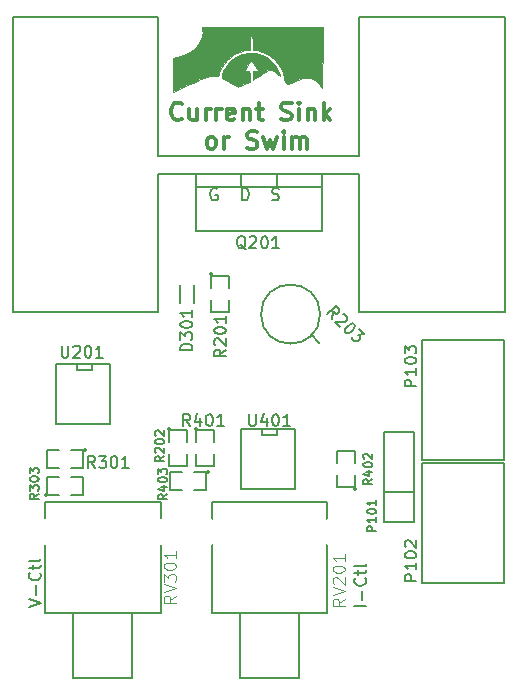
<source format=gbr>
G04 #@! TF.FileFunction,Legend,Top*
%FSLAX46Y46*%
G04 Gerber Fmt 4.6, Leading zero omitted, Abs format (unit mm)*
G04 Created by KiCad (PCBNEW 0.201503020946+5465~21~ubuntu14.04.1-product) date Tue 03 Mar 2015 21:19:53 CET*
%MOMM*%
G01*
G04 APERTURE LIST*
%ADD10C,0.100000*%
%ADD11C,0.127000*%
%ADD12C,0.300000*%
%ADD13C,0.150000*%
%ADD14C,0.101600*%
%ADD15R,0.700000X0.600000*%
%ADD16O,1.501140X2.499360*%
%ADD17R,1.397000X0.889000*%
%ADD18R,0.889000X1.397000*%
%ADD19R,1.143000X0.508000*%
%ADD20C,2.311400*%
%ADD21R,2.032000X2.032000*%
%ADD22O,2.032000X2.032000*%
%ADD23R,2.032000X1.727200*%
%ADD24O,2.032000X1.727200*%
%ADD25C,2.000000*%
%ADD26O,2.000000X2.200000*%
%ADD27C,1.998980*%
G04 APERTURE END LIST*
D10*
D11*
X125935619Y-91926833D02*
X124919619Y-91926833D01*
X125548571Y-91443023D02*
X125548571Y-90668928D01*
X125838857Y-89604547D02*
X125887238Y-89652928D01*
X125935619Y-89798071D01*
X125935619Y-89894833D01*
X125887238Y-90039975D01*
X125790476Y-90136737D01*
X125693714Y-90185118D01*
X125500190Y-90233499D01*
X125355048Y-90233499D01*
X125161524Y-90185118D01*
X125064762Y-90136737D01*
X124968000Y-90039975D01*
X124919619Y-89894833D01*
X124919619Y-89798071D01*
X124968000Y-89652928D01*
X125016381Y-89604547D01*
X125258286Y-89314261D02*
X125258286Y-88927213D01*
X124919619Y-89169118D02*
X125790476Y-89169118D01*
X125887238Y-89120737D01*
X125935619Y-89023975D01*
X125935619Y-88927213D01*
X125935619Y-88443404D02*
X125887238Y-88540166D01*
X125790476Y-88588547D01*
X124919619Y-88588547D01*
X97360619Y-92011499D02*
X98376619Y-91672832D01*
X97360619Y-91334166D01*
X97989571Y-90995499D02*
X97989571Y-90221404D01*
X98279857Y-89157023D02*
X98328238Y-89205404D01*
X98376619Y-89350547D01*
X98376619Y-89447309D01*
X98328238Y-89592451D01*
X98231476Y-89689213D01*
X98134714Y-89737594D01*
X97941190Y-89785975D01*
X97796048Y-89785975D01*
X97602524Y-89737594D01*
X97505762Y-89689213D01*
X97409000Y-89592451D01*
X97360619Y-89447309D01*
X97360619Y-89350547D01*
X97409000Y-89205404D01*
X97457381Y-89157023D01*
X97699286Y-88866737D02*
X97699286Y-88479689D01*
X97360619Y-88721594D02*
X98231476Y-88721594D01*
X98328238Y-88673213D01*
X98376619Y-88576451D01*
X98376619Y-88479689D01*
X98376619Y-87995880D02*
X98328238Y-88092642D01*
X98231476Y-88141023D01*
X97360619Y-88141023D01*
D12*
X110320072Y-50707214D02*
X110248643Y-50778643D01*
X110034357Y-50850071D01*
X109891500Y-50850071D01*
X109677215Y-50778643D01*
X109534357Y-50635786D01*
X109462929Y-50492929D01*
X109391500Y-50207214D01*
X109391500Y-49992929D01*
X109462929Y-49707214D01*
X109534357Y-49564357D01*
X109677215Y-49421500D01*
X109891500Y-49350071D01*
X110034357Y-49350071D01*
X110248643Y-49421500D01*
X110320072Y-49492929D01*
X111605786Y-49850071D02*
X111605786Y-50850071D01*
X110962929Y-49850071D02*
X110962929Y-50635786D01*
X111034357Y-50778643D01*
X111177215Y-50850071D01*
X111391500Y-50850071D01*
X111534357Y-50778643D01*
X111605786Y-50707214D01*
X112320072Y-50850071D02*
X112320072Y-49850071D01*
X112320072Y-50135786D02*
X112391500Y-49992929D01*
X112462929Y-49921500D01*
X112605786Y-49850071D01*
X112748643Y-49850071D01*
X113248643Y-50850071D02*
X113248643Y-49850071D01*
X113248643Y-50135786D02*
X113320071Y-49992929D01*
X113391500Y-49921500D01*
X113534357Y-49850071D01*
X113677214Y-49850071D01*
X114748642Y-50778643D02*
X114605785Y-50850071D01*
X114320071Y-50850071D01*
X114177214Y-50778643D01*
X114105785Y-50635786D01*
X114105785Y-50064357D01*
X114177214Y-49921500D01*
X114320071Y-49850071D01*
X114605785Y-49850071D01*
X114748642Y-49921500D01*
X114820071Y-50064357D01*
X114820071Y-50207214D01*
X114105785Y-50350071D01*
X115462928Y-49850071D02*
X115462928Y-50850071D01*
X115462928Y-49992929D02*
X115534356Y-49921500D01*
X115677214Y-49850071D01*
X115891499Y-49850071D01*
X116034356Y-49921500D01*
X116105785Y-50064357D01*
X116105785Y-50850071D01*
X116605785Y-49850071D02*
X117177214Y-49850071D01*
X116820071Y-49350071D02*
X116820071Y-50635786D01*
X116891499Y-50778643D01*
X117034357Y-50850071D01*
X117177214Y-50850071D01*
X118748642Y-50778643D02*
X118962928Y-50850071D01*
X119320071Y-50850071D01*
X119462928Y-50778643D01*
X119534357Y-50707214D01*
X119605785Y-50564357D01*
X119605785Y-50421500D01*
X119534357Y-50278643D01*
X119462928Y-50207214D01*
X119320071Y-50135786D01*
X119034357Y-50064357D01*
X118891499Y-49992929D01*
X118820071Y-49921500D01*
X118748642Y-49778643D01*
X118748642Y-49635786D01*
X118820071Y-49492929D01*
X118891499Y-49421500D01*
X119034357Y-49350071D01*
X119391499Y-49350071D01*
X119605785Y-49421500D01*
X120248642Y-50850071D02*
X120248642Y-49850071D01*
X120248642Y-49350071D02*
X120177213Y-49421500D01*
X120248642Y-49492929D01*
X120320070Y-49421500D01*
X120248642Y-49350071D01*
X120248642Y-49492929D01*
X120962928Y-49850071D02*
X120962928Y-50850071D01*
X120962928Y-49992929D02*
X121034356Y-49921500D01*
X121177214Y-49850071D01*
X121391499Y-49850071D01*
X121534356Y-49921500D01*
X121605785Y-50064357D01*
X121605785Y-50850071D01*
X122320071Y-50850071D02*
X122320071Y-49350071D01*
X122462928Y-50278643D02*
X122891499Y-50850071D01*
X122891499Y-49850071D02*
X122320071Y-50421500D01*
X112712929Y-53250071D02*
X112570071Y-53178643D01*
X112498643Y-53107214D01*
X112427214Y-52964357D01*
X112427214Y-52535786D01*
X112498643Y-52392929D01*
X112570071Y-52321500D01*
X112712929Y-52250071D01*
X112927214Y-52250071D01*
X113070071Y-52321500D01*
X113141500Y-52392929D01*
X113212929Y-52535786D01*
X113212929Y-52964357D01*
X113141500Y-53107214D01*
X113070071Y-53178643D01*
X112927214Y-53250071D01*
X112712929Y-53250071D01*
X113855786Y-53250071D02*
X113855786Y-52250071D01*
X113855786Y-52535786D02*
X113927214Y-52392929D01*
X113998643Y-52321500D01*
X114141500Y-52250071D01*
X114284357Y-52250071D01*
X115855785Y-53178643D02*
X116070071Y-53250071D01*
X116427214Y-53250071D01*
X116570071Y-53178643D01*
X116641500Y-53107214D01*
X116712928Y-52964357D01*
X116712928Y-52821500D01*
X116641500Y-52678643D01*
X116570071Y-52607214D01*
X116427214Y-52535786D01*
X116141500Y-52464357D01*
X115998642Y-52392929D01*
X115927214Y-52321500D01*
X115855785Y-52178643D01*
X115855785Y-52035786D01*
X115927214Y-51892929D01*
X115998642Y-51821500D01*
X116141500Y-51750071D01*
X116498642Y-51750071D01*
X116712928Y-51821500D01*
X117212928Y-52250071D02*
X117498642Y-53250071D01*
X117784356Y-52535786D01*
X118070071Y-53250071D01*
X118355785Y-52250071D01*
X118927214Y-53250071D02*
X118927214Y-52250071D01*
X118927214Y-51750071D02*
X118855785Y-51821500D01*
X118927214Y-51892929D01*
X118998642Y-51821500D01*
X118927214Y-51750071D01*
X118927214Y-51892929D01*
X119641500Y-53250071D02*
X119641500Y-52250071D01*
X119641500Y-52392929D02*
X119712928Y-52321500D01*
X119855786Y-52250071D01*
X120070071Y-52250071D01*
X120212928Y-52321500D01*
X120284357Y-52464357D01*
X120284357Y-53250071D01*
X120284357Y-52464357D02*
X120355786Y-52321500D01*
X120498643Y-52250071D01*
X120712928Y-52250071D01*
X120855786Y-52321500D01*
X120927214Y-52464357D01*
X120927214Y-53250071D01*
D13*
X110144000Y-64751000D02*
X110144000Y-66301000D01*
X111344000Y-64751000D02*
X111344000Y-66301000D01*
X115316000Y-55372000D02*
X115316000Y-56515000D01*
X118364000Y-55372000D02*
X118364000Y-56515000D01*
X122174000Y-56515000D02*
X122174000Y-60198000D01*
X122174000Y-60198000D02*
X111506000Y-60198000D01*
X111506000Y-60198000D02*
X111506000Y-56515000D01*
X122174000Y-55372000D02*
X122174000Y-56515000D01*
X122174000Y-56515000D02*
X111506000Y-56515000D01*
X111506000Y-56515000D02*
X111506000Y-55372000D01*
X116840000Y-55372000D02*
X111506000Y-55372000D01*
X116840000Y-55372000D02*
X122174000Y-55372000D01*
X112903000Y-63881000D02*
G75*
G03X112903000Y-63881000I-127000J0D01*
G01*
X112776000Y-65024000D02*
X112776000Y-64008000D01*
X112776000Y-64008000D02*
X114300000Y-64008000D01*
X114300000Y-64008000D02*
X114300000Y-65024000D01*
X114300000Y-66040000D02*
X114300000Y-67056000D01*
X114300000Y-67056000D02*
X112776000Y-67056000D01*
X112776000Y-67056000D02*
X112776000Y-66040000D01*
X109347000Y-76962000D02*
G75*
G03X109347000Y-76962000I-127000J0D01*
G01*
X109220000Y-78105000D02*
X109220000Y-77089000D01*
X109220000Y-77089000D02*
X110744000Y-77089000D01*
X110744000Y-77089000D02*
X110744000Y-78105000D01*
X110744000Y-79121000D02*
X110744000Y-80137000D01*
X110744000Y-80137000D02*
X109220000Y-80137000D01*
X109220000Y-80137000D02*
X109220000Y-79121000D01*
X102235000Y-78740000D02*
G75*
G03X102235000Y-78740000I-127000J0D01*
G01*
X100965000Y-78740000D02*
X101981000Y-78740000D01*
X101981000Y-78740000D02*
X101981000Y-80264000D01*
X101981000Y-80264000D02*
X100965000Y-80264000D01*
X99949000Y-80264000D02*
X98933000Y-80264000D01*
X98933000Y-80264000D02*
X98933000Y-78740000D01*
X98933000Y-78740000D02*
X99949000Y-78740000D01*
X98933000Y-82550000D02*
G75*
G03X98933000Y-82550000I-127000J0D01*
G01*
X99949000Y-82550000D02*
X98933000Y-82550000D01*
X98933000Y-82550000D02*
X98933000Y-81026000D01*
X98933000Y-81026000D02*
X99949000Y-81026000D01*
X100965000Y-81026000D02*
X101981000Y-81026000D01*
X101981000Y-81026000D02*
X101981000Y-82550000D01*
X101981000Y-82550000D02*
X100965000Y-82550000D01*
X111633000Y-76962000D02*
G75*
G03X111633000Y-76962000I-127000J0D01*
G01*
X111506000Y-78105000D02*
X111506000Y-77089000D01*
X111506000Y-77089000D02*
X113030000Y-77089000D01*
X113030000Y-77089000D02*
X113030000Y-78105000D01*
X113030000Y-79121000D02*
X113030000Y-80137000D01*
X113030000Y-80137000D02*
X111506000Y-80137000D01*
X111506000Y-80137000D02*
X111506000Y-79121000D01*
X125095000Y-82042000D02*
G75*
G03X125095000Y-82042000I-127000J0D01*
G01*
X124968000Y-80899000D02*
X124968000Y-81915000D01*
X124968000Y-81915000D02*
X123444000Y-81915000D01*
X123444000Y-81915000D02*
X123444000Y-80899000D01*
X123444000Y-79883000D02*
X123444000Y-78867000D01*
X123444000Y-78867000D02*
X124968000Y-78867000D01*
X124968000Y-78867000D02*
X124968000Y-79883000D01*
X112649000Y-80645000D02*
G75*
G03X112649000Y-80645000I-127000J0D01*
G01*
X111379000Y-80645000D02*
X112395000Y-80645000D01*
X112395000Y-80645000D02*
X112395000Y-82169000D01*
X112395000Y-82169000D02*
X111379000Y-82169000D01*
X110363000Y-82169000D02*
X109347000Y-82169000D01*
X109347000Y-82169000D02*
X109347000Y-80645000D01*
X109347000Y-80645000D02*
X110363000Y-80645000D01*
X104267000Y-71501000D02*
X104267000Y-76581000D01*
X104267000Y-76581000D02*
X99695000Y-76581000D01*
X99695000Y-76581000D02*
X99695000Y-71501000D01*
X99695000Y-71501000D02*
X104267000Y-71501000D01*
X102743000Y-71501000D02*
X102743000Y-72009000D01*
X102743000Y-72009000D02*
X101473000Y-72009000D01*
X101473000Y-72009000D02*
X101473000Y-71501000D01*
X119888000Y-76962000D02*
X119888000Y-82042000D01*
X119888000Y-82042000D02*
X115316000Y-82042000D01*
X115316000Y-82042000D02*
X115316000Y-76962000D01*
X115316000Y-76962000D02*
X119888000Y-76962000D01*
X118364000Y-76962000D02*
X118364000Y-77470000D01*
X118364000Y-77470000D02*
X117094000Y-77470000D01*
X117094000Y-77470000D02*
X117094000Y-76962000D01*
X108340000Y-55360000D02*
X125340000Y-55360000D01*
X125340000Y-55360000D02*
X125340000Y-67110000D01*
X125340000Y-67110000D02*
X137640000Y-67110000D01*
X137640000Y-67110000D02*
X137640000Y-42110000D01*
X137640000Y-42110000D02*
X125340000Y-42110000D01*
X125340000Y-42110000D02*
X125340000Y-53860000D01*
X125340000Y-53860000D02*
X108340000Y-53860000D01*
X108340000Y-53860000D02*
X108340000Y-42110000D01*
X108340000Y-42110000D02*
X96040000Y-42110000D01*
X96040000Y-42110000D02*
X96040000Y-67110000D01*
X96040000Y-67110000D02*
X108340000Y-67110000D01*
X108340000Y-67110000D02*
X108340000Y-55360000D01*
X130620000Y-89979500D02*
X137620000Y-89979500D01*
X137620000Y-89979500D02*
X137620000Y-79819500D01*
X137620000Y-79819500D02*
X130620000Y-79819500D01*
X130620000Y-79819500D02*
X130620000Y-89979500D01*
X130620000Y-79565500D02*
X137620000Y-79565500D01*
X137620000Y-79565500D02*
X137620000Y-69405500D01*
X137620000Y-69405500D02*
X130620000Y-69405500D01*
X130620000Y-69405500D02*
X130620000Y-79565500D01*
X129984500Y-82296000D02*
X129984500Y-77216000D01*
X129984500Y-77216000D02*
X127444500Y-77216000D01*
X127444500Y-77216000D02*
X127444500Y-82296000D01*
X127444500Y-84836000D02*
X127444500Y-82296000D01*
X127444500Y-82296000D02*
X129984500Y-82296000D01*
X127444500Y-84836000D02*
X129984500Y-84836000D01*
X129984500Y-84836000D02*
X129984500Y-82296000D01*
X115229000Y-92527000D02*
X115229000Y-98027000D01*
X115229000Y-98027000D02*
X120229000Y-98027000D01*
X120229000Y-98027000D02*
X120229000Y-92527000D01*
X112829000Y-92527000D02*
X122629000Y-92527000D01*
X112829000Y-83127000D02*
X122629000Y-83127000D01*
X122629000Y-83127000D02*
X122629000Y-92527000D01*
X112829000Y-83127000D02*
X112829000Y-92527000D01*
X101132000Y-92527000D02*
X101132000Y-98027000D01*
X101132000Y-98027000D02*
X106132000Y-98027000D01*
X106132000Y-98027000D02*
X106132000Y-92527000D01*
X98732000Y-92527000D02*
X108532000Y-92527000D01*
X98732000Y-83127000D02*
X108532000Y-83127000D01*
X108532000Y-83127000D02*
X108532000Y-92527000D01*
X98732000Y-83127000D02*
X98732000Y-92527000D01*
X121214954Y-68954454D02*
X121922598Y-69662098D01*
X122017045Y-67257186D02*
G75*
G03X122017045Y-67257186I-2499359J0D01*
G01*
D10*
G36*
X122220089Y-55524175D02*
X122208906Y-55562500D01*
X122178003Y-55573136D01*
X122166201Y-55456666D01*
X122179507Y-55336471D01*
X122208906Y-55350833D01*
X122220089Y-55524175D01*
X122220089Y-55524175D01*
X122220089Y-55524175D01*
G37*
X122220089Y-55524175D02*
X122208906Y-55562500D01*
X122178003Y-55573136D01*
X122166201Y-55456666D01*
X122179507Y-55336471D01*
X122208906Y-55350833D01*
X122220089Y-55524175D01*
X122220089Y-55524175D01*
G36*
X122237500Y-42926000D02*
X122229864Y-45656500D01*
X122225541Y-46431221D01*
X122217420Y-47070411D01*
X122205717Y-47567526D01*
X122190650Y-47916025D01*
X122172437Y-48109365D01*
X122151294Y-48141004D01*
X122147574Y-48130350D01*
X121957603Y-47764213D01*
X121642246Y-47479869D01*
X121234569Y-47299390D01*
X120819664Y-47244000D01*
X120545511Y-47287884D01*
X120180798Y-47408835D01*
X119875167Y-47542032D01*
X119518828Y-47700777D01*
X119280629Y-47764965D01*
X119133305Y-47726827D01*
X119049594Y-47578596D01*
X119002234Y-47312503D01*
X118999956Y-47292645D01*
X118855907Y-46730246D01*
X118569876Y-46196193D01*
X118169210Y-45718377D01*
X117681260Y-45324690D01*
X117133374Y-45043024D01*
X116670666Y-44917151D01*
X116310833Y-44858449D01*
X116310833Y-44273224D01*
X116303202Y-43953531D01*
X116275792Y-43771443D01*
X116221826Y-43695729D01*
X116183833Y-43688000D01*
X116114456Y-43723162D01*
X116074941Y-43849469D01*
X116058510Y-44098149D01*
X116056833Y-44273224D01*
X116056833Y-44858449D01*
X115705623Y-44917785D01*
X115218650Y-45042439D01*
X114769534Y-45259025D01*
X114470320Y-45458794D01*
X114180410Y-45719853D01*
X113896735Y-46059731D01*
X113657064Y-46425015D01*
X113499168Y-46762290D01*
X113467425Y-46877102D01*
X113429336Y-47031651D01*
X113364149Y-47106126D01*
X113224589Y-47121493D01*
X112966862Y-47099074D01*
X112777066Y-47085301D01*
X112607629Y-47094918D01*
X112423881Y-47138839D01*
X112191151Y-47227975D01*
X111874770Y-47373240D01*
X111473199Y-47569197D01*
X111044054Y-47777234D01*
X110626069Y-47973489D01*
X110264200Y-48137254D01*
X110003403Y-48247817D01*
X109982000Y-48256156D01*
X109537500Y-48426862D01*
X109537500Y-46993952D01*
X109537500Y-45561042D01*
X109939666Y-45501060D01*
X110527148Y-45347012D01*
X111048461Y-45082021D01*
X111483299Y-44727181D01*
X111811358Y-44303588D01*
X112012332Y-43832335D01*
X112065917Y-43334518D01*
X112063285Y-43294891D01*
X112033946Y-42926000D01*
X117135723Y-42926000D01*
X122237500Y-42926000D01*
X122237500Y-42926000D01*
X122237500Y-42926000D01*
G37*
X122237500Y-42926000D02*
X122229864Y-45656500D01*
X122225541Y-46431221D01*
X122217420Y-47070411D01*
X122205717Y-47567526D01*
X122190650Y-47916025D01*
X122172437Y-48109365D01*
X122151294Y-48141004D01*
X122147574Y-48130350D01*
X121957603Y-47764213D01*
X121642246Y-47479869D01*
X121234569Y-47299390D01*
X120819664Y-47244000D01*
X120545511Y-47287884D01*
X120180798Y-47408835D01*
X119875167Y-47542032D01*
X119518828Y-47700777D01*
X119280629Y-47764965D01*
X119133305Y-47726827D01*
X119049594Y-47578596D01*
X119002234Y-47312503D01*
X118999956Y-47292645D01*
X118855907Y-46730246D01*
X118569876Y-46196193D01*
X118169210Y-45718377D01*
X117681260Y-45324690D01*
X117133374Y-45043024D01*
X116670666Y-44917151D01*
X116310833Y-44858449D01*
X116310833Y-44273224D01*
X116303202Y-43953531D01*
X116275792Y-43771443D01*
X116221826Y-43695729D01*
X116183833Y-43688000D01*
X116114456Y-43723162D01*
X116074941Y-43849469D01*
X116058510Y-44098149D01*
X116056833Y-44273224D01*
X116056833Y-44858449D01*
X115705623Y-44917785D01*
X115218650Y-45042439D01*
X114769534Y-45259025D01*
X114470320Y-45458794D01*
X114180410Y-45719853D01*
X113896735Y-46059731D01*
X113657064Y-46425015D01*
X113499168Y-46762290D01*
X113467425Y-46877102D01*
X113429336Y-47031651D01*
X113364149Y-47106126D01*
X113224589Y-47121493D01*
X112966862Y-47099074D01*
X112777066Y-47085301D01*
X112607629Y-47094918D01*
X112423881Y-47138839D01*
X112191151Y-47227975D01*
X111874770Y-47373240D01*
X111473199Y-47569197D01*
X111044054Y-47777234D01*
X110626069Y-47973489D01*
X110264200Y-48137254D01*
X110003403Y-48247817D01*
X109982000Y-48256156D01*
X109537500Y-48426862D01*
X109537500Y-46993952D01*
X109537500Y-45561042D01*
X109939666Y-45501060D01*
X110527148Y-45347012D01*
X111048461Y-45082021D01*
X111483299Y-44727181D01*
X111811358Y-44303588D01*
X112012332Y-43832335D01*
X112065917Y-43334518D01*
X112063285Y-43294891D01*
X112033946Y-42926000D01*
X117135723Y-42926000D01*
X122237500Y-42926000D01*
X122237500Y-42926000D01*
G36*
X118662591Y-47099962D02*
X118630105Y-47114170D01*
X118517731Y-47023687D01*
X118369937Y-46884166D01*
X118102950Y-46668026D01*
X117861672Y-46583330D01*
X117604688Y-46629568D01*
X117290580Y-46806234D01*
X117199562Y-46869797D01*
X116928596Y-47056590D01*
X116675570Y-47218917D01*
X116543666Y-47295305D01*
X116310833Y-47417681D01*
X116310833Y-47034507D01*
X116319490Y-46798553D01*
X116362130Y-46686434D01*
X116463755Y-46652891D01*
X116522500Y-46651333D01*
X116681769Y-46634778D01*
X116734166Y-46603088D01*
X116690455Y-46511364D01*
X116582039Y-46338221D01*
X116442994Y-46133098D01*
X116307398Y-45945433D01*
X116209328Y-45824664D01*
X116183833Y-45804666D01*
X116120610Y-45868082D01*
X116001266Y-46025372D01*
X115859880Y-46227097D01*
X115730526Y-46423819D01*
X115647283Y-46566100D01*
X115633500Y-46603088D01*
X115706132Y-46639390D01*
X115845166Y-46651333D01*
X115966288Y-46663384D01*
X116029417Y-46727132D01*
X116053326Y-46883971D01*
X116056833Y-47118067D01*
X116056833Y-47584801D01*
X115580631Y-47795400D01*
X115321951Y-47905513D01*
X115128669Y-47979839D01*
X115051464Y-48000984D01*
X114957840Y-47961167D01*
X114752581Y-47858990D01*
X114472734Y-47713133D01*
X114337791Y-47641151D01*
X114023096Y-47469278D01*
X113830963Y-47348532D01*
X113734240Y-47250913D01*
X113705780Y-47148425D01*
X113718433Y-47013068D01*
X113719820Y-47003859D01*
X113790565Y-46771870D01*
X113925625Y-46483112D01*
X114028509Y-46306938D01*
X114430780Y-45819257D01*
X114908732Y-45465447D01*
X115438991Y-45242046D01*
X115998179Y-45145589D01*
X116562920Y-45172612D01*
X117109838Y-45319650D01*
X117615557Y-45583239D01*
X118056700Y-45959916D01*
X118409892Y-46446216D01*
X118637810Y-46990000D01*
X118662591Y-47099962D01*
X118662591Y-47099962D01*
X118662591Y-47099962D01*
G37*
X118662591Y-47099962D02*
X118630105Y-47114170D01*
X118517731Y-47023687D01*
X118369937Y-46884166D01*
X118102950Y-46668026D01*
X117861672Y-46583330D01*
X117604688Y-46629568D01*
X117290580Y-46806234D01*
X117199562Y-46869797D01*
X116928596Y-47056590D01*
X116675570Y-47218917D01*
X116543666Y-47295305D01*
X116310833Y-47417681D01*
X116310833Y-47034507D01*
X116319490Y-46798553D01*
X116362130Y-46686434D01*
X116463755Y-46652891D01*
X116522500Y-46651333D01*
X116681769Y-46634778D01*
X116734166Y-46603088D01*
X116690455Y-46511364D01*
X116582039Y-46338221D01*
X116442994Y-46133098D01*
X116307398Y-45945433D01*
X116209328Y-45824664D01*
X116183833Y-45804666D01*
X116120610Y-45868082D01*
X116001266Y-46025372D01*
X115859880Y-46227097D01*
X115730526Y-46423819D01*
X115647283Y-46566100D01*
X115633500Y-46603088D01*
X115706132Y-46639390D01*
X115845166Y-46651333D01*
X115966288Y-46663384D01*
X116029417Y-46727132D01*
X116053326Y-46883971D01*
X116056833Y-47118067D01*
X116056833Y-47584801D01*
X115580631Y-47795400D01*
X115321951Y-47905513D01*
X115128669Y-47979839D01*
X115051464Y-48000984D01*
X114957840Y-47961167D01*
X114752581Y-47858990D01*
X114472734Y-47713133D01*
X114337791Y-47641151D01*
X114023096Y-47469278D01*
X113830963Y-47348532D01*
X113734240Y-47250913D01*
X113705780Y-47148425D01*
X113718433Y-47013068D01*
X113719820Y-47003859D01*
X113790565Y-46771870D01*
X113925625Y-46483112D01*
X114028509Y-46306938D01*
X114430780Y-45819257D01*
X114908732Y-45465447D01*
X115438991Y-45242046D01*
X115998179Y-45145589D01*
X116562920Y-45172612D01*
X117109838Y-45319650D01*
X117615557Y-45583239D01*
X118056700Y-45959916D01*
X118409892Y-46446216D01*
X118637810Y-46990000D01*
X118662591Y-47099962D01*
X118662591Y-47099962D01*
D13*
X111196381Y-70333976D02*
X110196381Y-70333976D01*
X110196381Y-70095881D01*
X110244000Y-69953023D01*
X110339238Y-69857785D01*
X110434476Y-69810166D01*
X110624952Y-69762547D01*
X110767810Y-69762547D01*
X110958286Y-69810166D01*
X111053524Y-69857785D01*
X111148762Y-69953023D01*
X111196381Y-70095881D01*
X111196381Y-70333976D01*
X110196381Y-69429214D02*
X110196381Y-68810166D01*
X110577333Y-69143500D01*
X110577333Y-69000642D01*
X110624952Y-68905404D01*
X110672571Y-68857785D01*
X110767810Y-68810166D01*
X111005905Y-68810166D01*
X111101143Y-68857785D01*
X111148762Y-68905404D01*
X111196381Y-69000642D01*
X111196381Y-69286357D01*
X111148762Y-69381595D01*
X111101143Y-69429214D01*
X110196381Y-68191119D02*
X110196381Y-68095880D01*
X110244000Y-68000642D01*
X110291619Y-67953023D01*
X110386857Y-67905404D01*
X110577333Y-67857785D01*
X110815429Y-67857785D01*
X111005905Y-67905404D01*
X111101143Y-67953023D01*
X111148762Y-68000642D01*
X111196381Y-68095880D01*
X111196381Y-68191119D01*
X111148762Y-68286357D01*
X111101143Y-68333976D01*
X111005905Y-68381595D01*
X110815429Y-68429214D01*
X110577333Y-68429214D01*
X110386857Y-68381595D01*
X110291619Y-68333976D01*
X110244000Y-68286357D01*
X110196381Y-68191119D01*
X111196381Y-66905404D02*
X111196381Y-67476833D01*
X111196381Y-67191119D02*
X110196381Y-67191119D01*
X110339238Y-67286357D01*
X110434476Y-67381595D01*
X110482095Y-67476833D01*
X115728881Y-61761619D02*
X115633643Y-61714000D01*
X115538405Y-61618762D01*
X115395548Y-61475905D01*
X115300309Y-61428286D01*
X115205071Y-61428286D01*
X115252690Y-61666381D02*
X115157452Y-61618762D01*
X115062214Y-61523524D01*
X115014595Y-61333048D01*
X115014595Y-60999714D01*
X115062214Y-60809238D01*
X115157452Y-60714000D01*
X115252690Y-60666381D01*
X115443167Y-60666381D01*
X115538405Y-60714000D01*
X115633643Y-60809238D01*
X115681262Y-60999714D01*
X115681262Y-61333048D01*
X115633643Y-61523524D01*
X115538405Y-61618762D01*
X115443167Y-61666381D01*
X115252690Y-61666381D01*
X116062214Y-60761619D02*
X116109833Y-60714000D01*
X116205071Y-60666381D01*
X116443167Y-60666381D01*
X116538405Y-60714000D01*
X116586024Y-60761619D01*
X116633643Y-60856857D01*
X116633643Y-60952095D01*
X116586024Y-61094952D01*
X116014595Y-61666381D01*
X116633643Y-61666381D01*
X117252690Y-60666381D02*
X117347929Y-60666381D01*
X117443167Y-60714000D01*
X117490786Y-60761619D01*
X117538405Y-60856857D01*
X117586024Y-61047333D01*
X117586024Y-61285429D01*
X117538405Y-61475905D01*
X117490786Y-61571143D01*
X117443167Y-61618762D01*
X117347929Y-61666381D01*
X117252690Y-61666381D01*
X117157452Y-61618762D01*
X117109833Y-61571143D01*
X117062214Y-61475905D01*
X117014595Y-61285429D01*
X117014595Y-61047333D01*
X117062214Y-60856857D01*
X117109833Y-60761619D01*
X117157452Y-60714000D01*
X117252690Y-60666381D01*
X118538405Y-61666381D02*
X117966976Y-61666381D01*
X118252690Y-61666381D02*
X118252690Y-60666381D01*
X118157452Y-60809238D01*
X118062214Y-60904476D01*
X117966976Y-60952095D01*
X117951286Y-57554762D02*
X118094143Y-57602381D01*
X118332239Y-57602381D01*
X118427477Y-57554762D01*
X118475096Y-57507143D01*
X118522715Y-57411905D01*
X118522715Y-57316667D01*
X118475096Y-57221429D01*
X118427477Y-57173810D01*
X118332239Y-57126190D01*
X118141762Y-57078571D01*
X118046524Y-57030952D01*
X117998905Y-56983333D01*
X117951286Y-56888095D01*
X117951286Y-56792857D01*
X117998905Y-56697619D01*
X118046524Y-56650000D01*
X118141762Y-56602381D01*
X118379858Y-56602381D01*
X118522715Y-56650000D01*
X115435095Y-57602381D02*
X115435095Y-56602381D01*
X115673190Y-56602381D01*
X115816048Y-56650000D01*
X115911286Y-56745238D01*
X115958905Y-56840476D01*
X116006524Y-57030952D01*
X116006524Y-57173810D01*
X115958905Y-57364286D01*
X115911286Y-57459524D01*
X115816048Y-57554762D01*
X115673190Y-57602381D01*
X115435095Y-57602381D01*
X113291905Y-56650000D02*
X113196667Y-56602381D01*
X113053810Y-56602381D01*
X112910952Y-56650000D01*
X112815714Y-56745238D01*
X112768095Y-56840476D01*
X112720476Y-57030952D01*
X112720476Y-57173810D01*
X112768095Y-57364286D01*
X112815714Y-57459524D01*
X112910952Y-57554762D01*
X113053810Y-57602381D01*
X113149048Y-57602381D01*
X113291905Y-57554762D01*
X113339524Y-57507143D01*
X113339524Y-57173810D01*
X113149048Y-57173810D01*
X114053881Y-70270547D02*
X113577690Y-70603881D01*
X114053881Y-70841976D02*
X113053881Y-70841976D01*
X113053881Y-70461023D01*
X113101500Y-70365785D01*
X113149119Y-70318166D01*
X113244357Y-70270547D01*
X113387214Y-70270547D01*
X113482452Y-70318166D01*
X113530071Y-70365785D01*
X113577690Y-70461023D01*
X113577690Y-70841976D01*
X113149119Y-69889595D02*
X113101500Y-69841976D01*
X113053881Y-69746738D01*
X113053881Y-69508642D01*
X113101500Y-69413404D01*
X113149119Y-69365785D01*
X113244357Y-69318166D01*
X113339595Y-69318166D01*
X113482452Y-69365785D01*
X114053881Y-69937214D01*
X114053881Y-69318166D01*
X113053881Y-68699119D02*
X113053881Y-68603880D01*
X113101500Y-68508642D01*
X113149119Y-68461023D01*
X113244357Y-68413404D01*
X113434833Y-68365785D01*
X113672929Y-68365785D01*
X113863405Y-68413404D01*
X113958643Y-68461023D01*
X114006262Y-68508642D01*
X114053881Y-68603880D01*
X114053881Y-68699119D01*
X114006262Y-68794357D01*
X113958643Y-68841976D01*
X113863405Y-68889595D01*
X113672929Y-68937214D01*
X113434833Y-68937214D01*
X113244357Y-68889595D01*
X113149119Y-68841976D01*
X113101500Y-68794357D01*
X113053881Y-68699119D01*
X114053881Y-67413404D02*
X114053881Y-67984833D01*
X114053881Y-67699119D02*
X113053881Y-67699119D01*
X113196738Y-67794357D01*
X113291976Y-67889595D01*
X113339595Y-67984833D01*
D11*
X108802714Y-79275214D02*
X108439857Y-79529214D01*
X108802714Y-79710642D02*
X108040714Y-79710642D01*
X108040714Y-79420357D01*
X108077000Y-79347785D01*
X108113286Y-79311500D01*
X108185857Y-79275214D01*
X108294714Y-79275214D01*
X108367286Y-79311500D01*
X108403571Y-79347785D01*
X108439857Y-79420357D01*
X108439857Y-79710642D01*
X108113286Y-78984928D02*
X108077000Y-78948642D01*
X108040714Y-78876071D01*
X108040714Y-78694642D01*
X108077000Y-78622071D01*
X108113286Y-78585785D01*
X108185857Y-78549500D01*
X108258429Y-78549500D01*
X108367286Y-78585785D01*
X108802714Y-79021214D01*
X108802714Y-78549500D01*
X108040714Y-78077786D02*
X108040714Y-78005214D01*
X108077000Y-77932643D01*
X108113286Y-77896357D01*
X108185857Y-77860071D01*
X108331000Y-77823786D01*
X108512429Y-77823786D01*
X108657571Y-77860071D01*
X108730143Y-77896357D01*
X108766429Y-77932643D01*
X108802714Y-78005214D01*
X108802714Y-78077786D01*
X108766429Y-78150357D01*
X108730143Y-78186643D01*
X108657571Y-78222928D01*
X108512429Y-78259214D01*
X108331000Y-78259214D01*
X108185857Y-78222928D01*
X108113286Y-78186643D01*
X108077000Y-78150357D01*
X108040714Y-78077786D01*
X108113286Y-77533500D02*
X108077000Y-77497214D01*
X108040714Y-77424643D01*
X108040714Y-77243214D01*
X108077000Y-77170643D01*
X108113286Y-77134357D01*
X108185857Y-77098072D01*
X108258429Y-77098072D01*
X108367286Y-77134357D01*
X108802714Y-77569786D01*
X108802714Y-77098072D01*
D13*
X102957453Y-80271881D02*
X102624119Y-79795690D01*
X102386024Y-80271881D02*
X102386024Y-79271881D01*
X102766977Y-79271881D01*
X102862215Y-79319500D01*
X102909834Y-79367119D01*
X102957453Y-79462357D01*
X102957453Y-79605214D01*
X102909834Y-79700452D01*
X102862215Y-79748071D01*
X102766977Y-79795690D01*
X102386024Y-79795690D01*
X103290786Y-79271881D02*
X103909834Y-79271881D01*
X103576500Y-79652833D01*
X103719358Y-79652833D01*
X103814596Y-79700452D01*
X103862215Y-79748071D01*
X103909834Y-79843310D01*
X103909834Y-80081405D01*
X103862215Y-80176643D01*
X103814596Y-80224262D01*
X103719358Y-80271881D01*
X103433643Y-80271881D01*
X103338405Y-80224262D01*
X103290786Y-80176643D01*
X104528881Y-79271881D02*
X104624120Y-79271881D01*
X104719358Y-79319500D01*
X104766977Y-79367119D01*
X104814596Y-79462357D01*
X104862215Y-79652833D01*
X104862215Y-79890929D01*
X104814596Y-80081405D01*
X104766977Y-80176643D01*
X104719358Y-80224262D01*
X104624120Y-80271881D01*
X104528881Y-80271881D01*
X104433643Y-80224262D01*
X104386024Y-80176643D01*
X104338405Y-80081405D01*
X104290786Y-79890929D01*
X104290786Y-79652833D01*
X104338405Y-79462357D01*
X104386024Y-79367119D01*
X104433643Y-79319500D01*
X104528881Y-79271881D01*
X105814596Y-80271881D02*
X105243167Y-80271881D01*
X105528881Y-80271881D02*
X105528881Y-79271881D01*
X105433643Y-79414738D01*
X105338405Y-79509976D01*
X105243167Y-79557595D01*
D11*
X98198214Y-82450214D02*
X97835357Y-82704214D01*
X98198214Y-82885642D02*
X97436214Y-82885642D01*
X97436214Y-82595357D01*
X97472500Y-82522785D01*
X97508786Y-82486500D01*
X97581357Y-82450214D01*
X97690214Y-82450214D01*
X97762786Y-82486500D01*
X97799071Y-82522785D01*
X97835357Y-82595357D01*
X97835357Y-82885642D01*
X97436214Y-82196214D02*
X97436214Y-81724500D01*
X97726500Y-81978500D01*
X97726500Y-81869642D01*
X97762786Y-81797071D01*
X97799071Y-81760785D01*
X97871643Y-81724500D01*
X98053071Y-81724500D01*
X98125643Y-81760785D01*
X98161929Y-81797071D01*
X98198214Y-81869642D01*
X98198214Y-82087357D01*
X98161929Y-82159928D01*
X98125643Y-82196214D01*
X97436214Y-81252786D02*
X97436214Y-81180214D01*
X97472500Y-81107643D01*
X97508786Y-81071357D01*
X97581357Y-81035071D01*
X97726500Y-80998786D01*
X97907929Y-80998786D01*
X98053071Y-81035071D01*
X98125643Y-81071357D01*
X98161929Y-81107643D01*
X98198214Y-81180214D01*
X98198214Y-81252786D01*
X98161929Y-81325357D01*
X98125643Y-81361643D01*
X98053071Y-81397928D01*
X97907929Y-81434214D01*
X97726500Y-81434214D01*
X97581357Y-81397928D01*
X97508786Y-81361643D01*
X97472500Y-81325357D01*
X97436214Y-81252786D01*
X97436214Y-80744786D02*
X97436214Y-80273072D01*
X97726500Y-80527072D01*
X97726500Y-80418214D01*
X97762786Y-80345643D01*
X97799071Y-80309357D01*
X97871643Y-80273072D01*
X98053071Y-80273072D01*
X98125643Y-80309357D01*
X98161929Y-80345643D01*
X98198214Y-80418214D01*
X98198214Y-80635929D01*
X98161929Y-80708500D01*
X98125643Y-80744786D01*
D13*
X111021953Y-76715881D02*
X110688619Y-76239690D01*
X110450524Y-76715881D02*
X110450524Y-75715881D01*
X110831477Y-75715881D01*
X110926715Y-75763500D01*
X110974334Y-75811119D01*
X111021953Y-75906357D01*
X111021953Y-76049214D01*
X110974334Y-76144452D01*
X110926715Y-76192071D01*
X110831477Y-76239690D01*
X110450524Y-76239690D01*
X111879096Y-76049214D02*
X111879096Y-76715881D01*
X111641000Y-75668262D02*
X111402905Y-76382548D01*
X112021953Y-76382548D01*
X112593381Y-75715881D02*
X112688620Y-75715881D01*
X112783858Y-75763500D01*
X112831477Y-75811119D01*
X112879096Y-75906357D01*
X112926715Y-76096833D01*
X112926715Y-76334929D01*
X112879096Y-76525405D01*
X112831477Y-76620643D01*
X112783858Y-76668262D01*
X112688620Y-76715881D01*
X112593381Y-76715881D01*
X112498143Y-76668262D01*
X112450524Y-76620643D01*
X112402905Y-76525405D01*
X112355286Y-76334929D01*
X112355286Y-76096833D01*
X112402905Y-75906357D01*
X112450524Y-75811119D01*
X112498143Y-75763500D01*
X112593381Y-75715881D01*
X113879096Y-76715881D02*
X113307667Y-76715881D01*
X113593381Y-76715881D02*
X113593381Y-75715881D01*
X113498143Y-75858738D01*
X113402905Y-75953976D01*
X113307667Y-76001595D01*
D11*
X126455714Y-81243714D02*
X126092857Y-81497714D01*
X126455714Y-81679142D02*
X125693714Y-81679142D01*
X125693714Y-81388857D01*
X125730000Y-81316285D01*
X125766286Y-81280000D01*
X125838857Y-81243714D01*
X125947714Y-81243714D01*
X126020286Y-81280000D01*
X126056571Y-81316285D01*
X126092857Y-81388857D01*
X126092857Y-81679142D01*
X125947714Y-80590571D02*
X126455714Y-80590571D01*
X125657429Y-80772000D02*
X126201714Y-80953428D01*
X126201714Y-80481714D01*
X125693714Y-80046286D02*
X125693714Y-79973714D01*
X125730000Y-79901143D01*
X125766286Y-79864857D01*
X125838857Y-79828571D01*
X125984000Y-79792286D01*
X126165429Y-79792286D01*
X126310571Y-79828571D01*
X126383143Y-79864857D01*
X126419429Y-79901143D01*
X126455714Y-79973714D01*
X126455714Y-80046286D01*
X126419429Y-80118857D01*
X126383143Y-80155143D01*
X126310571Y-80191428D01*
X126165429Y-80227714D01*
X125984000Y-80227714D01*
X125838857Y-80191428D01*
X125766286Y-80155143D01*
X125730000Y-80118857D01*
X125693714Y-80046286D01*
X125766286Y-79502000D02*
X125730000Y-79465714D01*
X125693714Y-79393143D01*
X125693714Y-79211714D01*
X125730000Y-79139143D01*
X125766286Y-79102857D01*
X125838857Y-79066572D01*
X125911429Y-79066572D01*
X126020286Y-79102857D01*
X126455714Y-79538286D01*
X126455714Y-79066572D01*
X109056714Y-82513714D02*
X108693857Y-82767714D01*
X109056714Y-82949142D02*
X108294714Y-82949142D01*
X108294714Y-82658857D01*
X108331000Y-82586285D01*
X108367286Y-82550000D01*
X108439857Y-82513714D01*
X108548714Y-82513714D01*
X108621286Y-82550000D01*
X108657571Y-82586285D01*
X108693857Y-82658857D01*
X108693857Y-82949142D01*
X108548714Y-81860571D02*
X109056714Y-81860571D01*
X108258429Y-82042000D02*
X108802714Y-82223428D01*
X108802714Y-81751714D01*
X108294714Y-81316286D02*
X108294714Y-81243714D01*
X108331000Y-81171143D01*
X108367286Y-81134857D01*
X108439857Y-81098571D01*
X108585000Y-81062286D01*
X108766429Y-81062286D01*
X108911571Y-81098571D01*
X108984143Y-81134857D01*
X109020429Y-81171143D01*
X109056714Y-81243714D01*
X109056714Y-81316286D01*
X109020429Y-81388857D01*
X108984143Y-81425143D01*
X108911571Y-81461428D01*
X108766429Y-81497714D01*
X108585000Y-81497714D01*
X108439857Y-81461428D01*
X108367286Y-81425143D01*
X108331000Y-81388857D01*
X108294714Y-81316286D01*
X108294714Y-80808286D02*
X108294714Y-80336572D01*
X108585000Y-80590572D01*
X108585000Y-80481714D01*
X108621286Y-80409143D01*
X108657571Y-80372857D01*
X108730143Y-80336572D01*
X108911571Y-80336572D01*
X108984143Y-80372857D01*
X109020429Y-80409143D01*
X109056714Y-80481714D01*
X109056714Y-80699429D01*
X109020429Y-80772000D01*
X108984143Y-80808286D01*
D13*
X100139714Y-69937381D02*
X100139714Y-70746905D01*
X100187333Y-70842143D01*
X100234952Y-70889762D01*
X100330190Y-70937381D01*
X100520667Y-70937381D01*
X100615905Y-70889762D01*
X100663524Y-70842143D01*
X100711143Y-70746905D01*
X100711143Y-69937381D01*
X101139714Y-70032619D02*
X101187333Y-69985000D01*
X101282571Y-69937381D01*
X101520667Y-69937381D01*
X101615905Y-69985000D01*
X101663524Y-70032619D01*
X101711143Y-70127857D01*
X101711143Y-70223095D01*
X101663524Y-70365952D01*
X101092095Y-70937381D01*
X101711143Y-70937381D01*
X102330190Y-69937381D02*
X102425429Y-69937381D01*
X102520667Y-69985000D01*
X102568286Y-70032619D01*
X102615905Y-70127857D01*
X102663524Y-70318333D01*
X102663524Y-70556429D01*
X102615905Y-70746905D01*
X102568286Y-70842143D01*
X102520667Y-70889762D01*
X102425429Y-70937381D01*
X102330190Y-70937381D01*
X102234952Y-70889762D01*
X102187333Y-70842143D01*
X102139714Y-70746905D01*
X102092095Y-70556429D01*
X102092095Y-70318333D01*
X102139714Y-70127857D01*
X102187333Y-70032619D01*
X102234952Y-69985000D01*
X102330190Y-69937381D01*
X103615905Y-70937381D02*
X103044476Y-70937381D01*
X103330190Y-70937381D02*
X103330190Y-69937381D01*
X103234952Y-70080238D01*
X103139714Y-70175476D01*
X103044476Y-70223095D01*
X116014714Y-75715881D02*
X116014714Y-76525405D01*
X116062333Y-76620643D01*
X116109952Y-76668262D01*
X116205190Y-76715881D01*
X116395667Y-76715881D01*
X116490905Y-76668262D01*
X116538524Y-76620643D01*
X116586143Y-76525405D01*
X116586143Y-75715881D01*
X117490905Y-76049214D02*
X117490905Y-76715881D01*
X117252809Y-75668262D02*
X117014714Y-76382548D01*
X117633762Y-76382548D01*
X118205190Y-75715881D02*
X118300429Y-75715881D01*
X118395667Y-75763500D01*
X118443286Y-75811119D01*
X118490905Y-75906357D01*
X118538524Y-76096833D01*
X118538524Y-76334929D01*
X118490905Y-76525405D01*
X118443286Y-76620643D01*
X118395667Y-76668262D01*
X118300429Y-76715881D01*
X118205190Y-76715881D01*
X118109952Y-76668262D01*
X118062333Y-76620643D01*
X118014714Y-76525405D01*
X117967095Y-76334929D01*
X117967095Y-76096833D01*
X118014714Y-75906357D01*
X118062333Y-75811119D01*
X118109952Y-75763500D01*
X118205190Y-75715881D01*
X119490905Y-76715881D02*
X118919476Y-76715881D01*
X119205190Y-76715881D02*
X119205190Y-75715881D01*
X119109952Y-75858738D01*
X119014714Y-75953976D01*
X118919476Y-76001595D01*
X130182881Y-89828476D02*
X129182881Y-89828476D01*
X129182881Y-89447523D01*
X129230500Y-89352285D01*
X129278119Y-89304666D01*
X129373357Y-89257047D01*
X129516214Y-89257047D01*
X129611452Y-89304666D01*
X129659071Y-89352285D01*
X129706690Y-89447523D01*
X129706690Y-89828476D01*
X130182881Y-88304666D02*
X130182881Y-88876095D01*
X130182881Y-88590381D02*
X129182881Y-88590381D01*
X129325738Y-88685619D01*
X129420976Y-88780857D01*
X129468595Y-88876095D01*
X129182881Y-87685619D02*
X129182881Y-87590380D01*
X129230500Y-87495142D01*
X129278119Y-87447523D01*
X129373357Y-87399904D01*
X129563833Y-87352285D01*
X129801929Y-87352285D01*
X129992405Y-87399904D01*
X130087643Y-87447523D01*
X130135262Y-87495142D01*
X130182881Y-87590380D01*
X130182881Y-87685619D01*
X130135262Y-87780857D01*
X130087643Y-87828476D01*
X129992405Y-87876095D01*
X129801929Y-87923714D01*
X129563833Y-87923714D01*
X129373357Y-87876095D01*
X129278119Y-87828476D01*
X129230500Y-87780857D01*
X129182881Y-87685619D01*
X129278119Y-86971333D02*
X129230500Y-86923714D01*
X129182881Y-86828476D01*
X129182881Y-86590380D01*
X129230500Y-86495142D01*
X129278119Y-86447523D01*
X129373357Y-86399904D01*
X129468595Y-86399904D01*
X129611452Y-86447523D01*
X130182881Y-87018952D01*
X130182881Y-86399904D01*
X130182881Y-73381976D02*
X129182881Y-73381976D01*
X129182881Y-73001023D01*
X129230500Y-72905785D01*
X129278119Y-72858166D01*
X129373357Y-72810547D01*
X129516214Y-72810547D01*
X129611452Y-72858166D01*
X129659071Y-72905785D01*
X129706690Y-73001023D01*
X129706690Y-73381976D01*
X130182881Y-71858166D02*
X130182881Y-72429595D01*
X130182881Y-72143881D02*
X129182881Y-72143881D01*
X129325738Y-72239119D01*
X129420976Y-72334357D01*
X129468595Y-72429595D01*
X129182881Y-71239119D02*
X129182881Y-71143880D01*
X129230500Y-71048642D01*
X129278119Y-71001023D01*
X129373357Y-70953404D01*
X129563833Y-70905785D01*
X129801929Y-70905785D01*
X129992405Y-70953404D01*
X130087643Y-71001023D01*
X130135262Y-71048642D01*
X130182881Y-71143880D01*
X130182881Y-71239119D01*
X130135262Y-71334357D01*
X130087643Y-71381976D01*
X129992405Y-71429595D01*
X129801929Y-71477214D01*
X129563833Y-71477214D01*
X129373357Y-71429595D01*
X129278119Y-71381976D01*
X129230500Y-71334357D01*
X129182881Y-71239119D01*
X129182881Y-70572452D02*
X129182881Y-69953404D01*
X129563833Y-70286738D01*
X129563833Y-70143880D01*
X129611452Y-70048642D01*
X129659071Y-70001023D01*
X129754310Y-69953404D01*
X129992405Y-69953404D01*
X130087643Y-70001023D01*
X130135262Y-70048642D01*
X130182881Y-70143880D01*
X130182881Y-70429595D01*
X130135262Y-70524833D01*
X130087643Y-70572452D01*
D11*
X126773214Y-85616142D02*
X126011214Y-85616142D01*
X126011214Y-85325857D01*
X126047500Y-85253285D01*
X126083786Y-85217000D01*
X126156357Y-85180714D01*
X126265214Y-85180714D01*
X126337786Y-85217000D01*
X126374071Y-85253285D01*
X126410357Y-85325857D01*
X126410357Y-85616142D01*
X126773214Y-84455000D02*
X126773214Y-84890428D01*
X126773214Y-84672714D02*
X126011214Y-84672714D01*
X126120071Y-84745285D01*
X126192643Y-84817857D01*
X126228929Y-84890428D01*
X126011214Y-83983286D02*
X126011214Y-83910714D01*
X126047500Y-83838143D01*
X126083786Y-83801857D01*
X126156357Y-83765571D01*
X126301500Y-83729286D01*
X126482929Y-83729286D01*
X126628071Y-83765571D01*
X126700643Y-83801857D01*
X126736929Y-83838143D01*
X126773214Y-83910714D01*
X126773214Y-83983286D01*
X126736929Y-84055857D01*
X126700643Y-84092143D01*
X126628071Y-84128428D01*
X126482929Y-84164714D01*
X126301500Y-84164714D01*
X126156357Y-84128428D01*
X126083786Y-84092143D01*
X126047500Y-84055857D01*
X126011214Y-83983286D01*
X126773214Y-83003572D02*
X126773214Y-83439000D01*
X126773214Y-83221286D02*
X126011214Y-83221286D01*
X126120071Y-83293857D01*
X126192643Y-83366429D01*
X126228929Y-83439000D01*
D14*
X124094119Y-91361381D02*
X123610310Y-91700047D01*
X124094119Y-91941952D02*
X123078119Y-91941952D01*
X123078119Y-91554905D01*
X123126500Y-91458143D01*
X123174881Y-91409762D01*
X123271643Y-91361381D01*
X123416786Y-91361381D01*
X123513548Y-91409762D01*
X123561929Y-91458143D01*
X123610310Y-91554905D01*
X123610310Y-91941952D01*
X123078119Y-91071095D02*
X124094119Y-90732428D01*
X123078119Y-90393762D01*
X123174881Y-90103476D02*
X123126500Y-90055095D01*
X123078119Y-89958333D01*
X123078119Y-89716429D01*
X123126500Y-89619667D01*
X123174881Y-89571286D01*
X123271643Y-89522905D01*
X123368405Y-89522905D01*
X123513548Y-89571286D01*
X124094119Y-90151857D01*
X124094119Y-89522905D01*
X123078119Y-88893952D02*
X123078119Y-88797191D01*
X123126500Y-88700429D01*
X123174881Y-88652048D01*
X123271643Y-88603667D01*
X123465167Y-88555286D01*
X123707071Y-88555286D01*
X123900595Y-88603667D01*
X123997357Y-88652048D01*
X124045738Y-88700429D01*
X124094119Y-88797191D01*
X124094119Y-88893952D01*
X124045738Y-88990714D01*
X123997357Y-89039095D01*
X123900595Y-89087476D01*
X123707071Y-89135857D01*
X123465167Y-89135857D01*
X123271643Y-89087476D01*
X123174881Y-89039095D01*
X123126500Y-88990714D01*
X123078119Y-88893952D01*
X124094119Y-87587667D02*
X124094119Y-88168238D01*
X124094119Y-87877952D02*
X123078119Y-87877952D01*
X123223262Y-87974714D01*
X123320024Y-88071476D01*
X123368405Y-88168238D01*
X109806619Y-91107381D02*
X109322810Y-91446047D01*
X109806619Y-91687952D02*
X108790619Y-91687952D01*
X108790619Y-91300905D01*
X108839000Y-91204143D01*
X108887381Y-91155762D01*
X108984143Y-91107381D01*
X109129286Y-91107381D01*
X109226048Y-91155762D01*
X109274429Y-91204143D01*
X109322810Y-91300905D01*
X109322810Y-91687952D01*
X108790619Y-90817095D02*
X109806619Y-90478428D01*
X108790619Y-90139762D01*
X108790619Y-89897857D02*
X108790619Y-89268905D01*
X109177667Y-89607571D01*
X109177667Y-89462429D01*
X109226048Y-89365667D01*
X109274429Y-89317286D01*
X109371190Y-89268905D01*
X109613095Y-89268905D01*
X109709857Y-89317286D01*
X109758238Y-89365667D01*
X109806619Y-89462429D01*
X109806619Y-89752714D01*
X109758238Y-89849476D01*
X109709857Y-89897857D01*
X108790619Y-88639952D02*
X108790619Y-88543191D01*
X108839000Y-88446429D01*
X108887381Y-88398048D01*
X108984143Y-88349667D01*
X109177667Y-88301286D01*
X109419571Y-88301286D01*
X109613095Y-88349667D01*
X109709857Y-88398048D01*
X109758238Y-88446429D01*
X109806619Y-88543191D01*
X109806619Y-88639952D01*
X109758238Y-88736714D01*
X109709857Y-88785095D01*
X109613095Y-88833476D01*
X109419571Y-88881857D01*
X109177667Y-88881857D01*
X108984143Y-88833476D01*
X108887381Y-88785095D01*
X108839000Y-88736714D01*
X108790619Y-88639952D01*
X109806619Y-87333667D02*
X109806619Y-87914238D01*
X109806619Y-87623952D02*
X108790619Y-87623952D01*
X108935762Y-87720714D01*
X109032524Y-87817476D01*
X109080905Y-87914238D01*
D13*
X123047515Y-67655070D02*
X123148530Y-67082649D01*
X122643453Y-67251009D02*
X123350560Y-66543902D01*
X123619935Y-66813276D01*
X123653606Y-66914291D01*
X123653606Y-66981635D01*
X123619935Y-67082650D01*
X123518919Y-67183665D01*
X123417904Y-67217337D01*
X123350561Y-67217337D01*
X123249546Y-67183665D01*
X122980171Y-66914291D01*
X123956652Y-67284680D02*
X124023995Y-67284680D01*
X124125010Y-67318352D01*
X124293370Y-67486711D01*
X124327041Y-67587727D01*
X124327041Y-67655070D01*
X124293370Y-67756085D01*
X124226026Y-67823429D01*
X124091339Y-67890772D01*
X123283217Y-67890772D01*
X123720950Y-68328505D01*
X124865789Y-68059131D02*
X124933133Y-68126475D01*
X124966805Y-68227490D01*
X124966805Y-68294833D01*
X124933133Y-68395848D01*
X124832118Y-68564207D01*
X124663758Y-68732566D01*
X124495400Y-68833581D01*
X124394385Y-68867253D01*
X124327041Y-68867253D01*
X124226026Y-68833581D01*
X124158682Y-68766237D01*
X124125010Y-68665222D01*
X124125010Y-68597879D01*
X124158682Y-68496864D01*
X124259697Y-68328505D01*
X124428056Y-68160146D01*
X124596415Y-68059131D01*
X124697430Y-68025459D01*
X124764774Y-68025459D01*
X124865789Y-68059131D01*
X125337194Y-68530535D02*
X125774927Y-68968268D01*
X125269850Y-69001939D01*
X125370866Y-69102955D01*
X125404538Y-69203970D01*
X125404538Y-69271314D01*
X125370865Y-69372330D01*
X125202507Y-69540688D01*
X125101492Y-69574360D01*
X125034148Y-69574360D01*
X124933133Y-69540688D01*
X124731102Y-69338657D01*
X124697430Y-69237642D01*
X124697430Y-69170299D01*
%LPC*%
D15*
X110744000Y-64451000D03*
X110744000Y-65851000D03*
D16*
X116840000Y-58420000D03*
X114300000Y-58420000D03*
X119380000Y-58420000D03*
D17*
X113538000Y-64579500D03*
X113538000Y-66484500D03*
X109982000Y-77660500D03*
X109982000Y-79565500D03*
D18*
X101409500Y-79502000D03*
X99504500Y-79502000D03*
X99504500Y-81788000D03*
X101409500Y-81788000D03*
D17*
X112268000Y-77660500D03*
X112268000Y-79565500D03*
X124206000Y-81343500D03*
X124206000Y-79438500D03*
D18*
X111823500Y-81407000D03*
X109918500Y-81407000D03*
D19*
X105156000Y-72136000D03*
X105156000Y-73406000D03*
X105156000Y-74676000D03*
X105156000Y-75946000D03*
X98806000Y-75946000D03*
X98806000Y-74676000D03*
X98806000Y-73406000D03*
X98806000Y-72136000D03*
X120777000Y-77597000D03*
X120777000Y-78867000D03*
X120777000Y-80137000D03*
X120777000Y-81407000D03*
X114427000Y-81407000D03*
X114427000Y-80137000D03*
X114427000Y-78867000D03*
X114427000Y-77597000D03*
D20*
X104140000Y-54610000D03*
X129540000Y-54610000D03*
D21*
X134620000Y-87439500D03*
D22*
X134620000Y-82359500D03*
D21*
X134620000Y-77025500D03*
D22*
X134620000Y-71945500D03*
D23*
X128714500Y-83566000D03*
D24*
X128714500Y-81026000D03*
X128714500Y-78486000D03*
D25*
X120229000Y-89027000D03*
X117729000Y-89027000D03*
X115229000Y-89027000D03*
D26*
X122829000Y-85727000D03*
X112629000Y-85727000D03*
D25*
X106132000Y-89027000D03*
X103632000Y-89027000D03*
X101132000Y-89027000D03*
D26*
X108732000Y-85727000D03*
X98532000Y-85727000D03*
D27*
X119517686Y-67257186D03*
X123054110Y-70793610D03*
M02*

</source>
